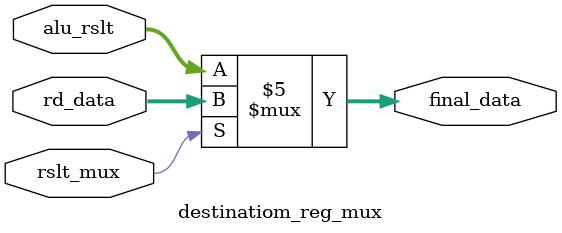
<source format=v>
`timescale 1ns/1ps
module MUX_for_PCSrc(
    input [31:0] PCPlus4, PCTarget,
    input PCSrc,take_branch,jump_enb,
    output [31:0] PCNext
);  
    
  assign PCNext =((PCSrc && take_branch)| jump_enb) ? PCTarget : PCPlus4;
endmodule


//PC Logic
module program_counter(
input clk, reset, 
input [31:0] pc_in,
output reg [31:0] pc_out
    );
    always@(posedge clk)
    if (reset)
        pc_out<=32'd0;
    else
        pc_out<=pc_in;    
endmodule


//Logic of Adder for PCPlus4
module Adder_for_PCPlus4(
    input [31:0] pc_out,
    output [31:0] PCPlus4
);
assign PCPlus4 = pc_out + 4;
endmodule


//Logic of Adder for PCTarget
module Adder_for_PCTarget(
    input [31:0] pc_out,
    input [31:0] ImmExt,
  output [31:0] PCTarget
);
assign PCTarget =  pc_out + ImmExt;
endmodule

module mux_for_jump_type(
  input [31:0] pc_current,r1,
  input jalr,
  output [31:0] pc_in_for_pctarget_mux
);

  assign pc_in_for_pctarget_mux=jalr?r1:pc_current;
endmodule



`timescale 1ns/1ps
`timescale 1ns/1ps
module instructionMemory(
  input [31:0] addr,
  output [31:0] instruction
);

  reg [31:0] memory [0:255];
  integer i;

  assign instruction = memory[addr[9:2]];

  initial begin
    // Clear memory
    for (i = 0; i < 256; i = i + 1)
      memory[i] = 32'b0;

    // ----------------------------------------------------------
    // TEST PROGRAM:
    // addi x1, x0, 2      ; x1 = 2
    // addi x2, x0, 5      ; x2 = 5
    // add  x3, x1, x2     ; x3 = x1 + x2 = 7
    // sw   x3, 0(x0)      ; store x3 at Mem[0]
    // lw   x4, 0(x0)      ; x4 = Mem[0] = 7
    // beq  x3, x4, +8     ; if x3 == x4, skip next instruction
    // addi x5, x0, 1      ; x5 = 1 (should be skipped if branch is taken)
    // addi x6, x0, 9      ; x6 = 9 (should always execute)
    // ----------------------------------------------------------

  memory[0]=32'h00122083; //load x1,X4(imm=1)
  memory[1]=32'h00422403; //load x8,x4(imm=1)
  memory[2]=32'h0080c3b3; //  add x7, x1, x8
  memory[3]=32'h0070c463;//beq x1 x7 memory[5](20-pc value)
  memory[4]=32'h00422483; //load x9 x4(imm=4) 
  memory[5]=32'h0074a3a3; //store sw x9(imm=3)  x7;
  memory[6]=32'h00408613; // add x12 x1 x8
  memory[7]=32'h01008767; //jalr x14 x1(imm=16) 
 // memory[6]=32'h008005ef; //jar
  //memory[5]=32'h00a401a3; //store sw x8(imm=3)  x10;
  //memory[6]=32'h01020603;//load byte lb x12 x4(imm=16) 


  end

endmodule




module decoder(
    input [31:0] inst,
    output [4:0] rs1,rs2,rd,
    output [2:0] funct3,
    output [6:0] funct7,
    output [6:0] opcode
);

assign opcode = inst[6:0];
assign rd     = inst[11:7];
assign rs1    = inst[19:15];
assign rs2    = inst[24:20];
assign funct3 = inst[14:12];
assign funct7 = inst[31:25];

endmodule


module control_unit(
  input      [6:0] opcode,
  input      [2:0] funct3,
  input      [6:0] funct7,
  output reg       aluscr2,
  output reg       mem_read,mem_write,reg_write,result_mux,pcscr,
  output reg [3:0] alu_sel,
  output reg [2:0] b_sel,
  output reg [1:0] s_sel,imm_mux,
  output reg [2:0] ld_sel,
  output reg      jalr,jump_enb
  
);

    localparam load   = 7'b0000011; // load
    localparam r_type = 7'b0110011; // add, sub, or, and
    localparam i_type = 7'b0010011; // addi, ori, andi
    localparam b_type = 7'b1100011; // branch instruction
    localparam s_type = 7'b0100011; // store instruction
    localparam jal_type = 7'b1101111; // jump instruction
    localparam jalr_type= 7'b1100111; // jump instruction
    localparam u_type = 7'b0110111; // lui


always@(*) begin

//take_branch=1'b0;  

  case(opcode)

        r_type : begin 
          aluscr2=1'b0;
          reg_write=1'b1;
          mem_read=1'b0;
          mem_write=1'b0;
          result_mux=1'b0;
          pcscr=1'b0;
          imm_mux=2'b00;
          //take_branch=1'b0;
          jalr=1'b0;
          jump_enb=1'b0;
          case ({funct3, funct7})
                    10'b000_0000000: alu_sel = 4'b0000; // add
                    10'b000_0100000: alu_sel = 4'b0001; // sub
                    10'b001_0000000: alu_sel = 4'b0010; // sll
                    10'b010_0000000: alu_sel = 4'b0011; // slt
                    10'b011_0000000: alu_sel = 4'b0100; // sltu
                    10'b100_0000000: alu_sel = 4'b0101; // xor
                    10'b101_0000000: alu_sel = 4'b0110; // srl
                    10'b101_0100000: alu_sel = 4'b0111; // sra
                    10'b110_0000000: alu_sel = 4'b1000; // or
                    10'b111_0000000: alu_sel = 4'b1001; // and
                    default: alu_sel = 4'b0000;
                endcase
            end

        i_type : begin
          aluscr2=1'b1;
          reg_write=1'b1;
          mem_read=1'b0;
          mem_write=1'b0;
          result_mux=1'b0;
          pcscr=1'b0;
          imm_mux=2'b00;
         // take_branch=1'b0;
          jalr=1'b0;
          jump_enb=1'b0;
          case (funct3)
                    3'b000: alu_sel = 4'b0000; // addi
                    3'b100: alu_sel = 4'b0101; // xori
                    3'b110: alu_sel = 4'b1000; // ori
                    3'b111: alu_sel = 4'b1001; // andi
                    3'b010: alu_sel = 4'b0011; // slti
                    3'b011: alu_sel = 4'b0100; // sltiu
                    3'b001: alu_sel = 4'b0010; // slli
                    3'b101: alu_sel = 4'b0110; // srli/srai
                    default: alu_sel = 4'b0000;
                endcase
        end
        
        load : begin
          alu_sel=4'b0000;
          aluscr2=1'b1;
          reg_write=1'b1;
          mem_read=1'b1;
          mem_write=1'b0;
          result_mux=1'b1;
          pcscr=1'b0;
          imm_mux=2'b00;
          //take_branch=1'b0;
          jalr=1'b0;
          jump_enb=1'b0;


          case (funct3)
                    3'b000: ld_sel = 3'b000; // lb
                    3'b001: ld_sel = 3'b001; // lh
                    3'b010: ld_sel = 3'b010; // lw
                    3'b100: ld_sel = 3'b011; // lbu
                    3'b101: ld_sel = 3'b100; // lhu
                    default: ld_sel = 3'b111;
                endcase
        end

        s_type : begin
          aluscr2=1'b1;
          reg_write=1'b0;
          mem_read=1'b0;
          mem_write=1'b1;
          result_mux=1'b0;
          pcscr=1'b0;
          imm_mux=2'b01;
          //take_branch=1'b0;
          jalr=1'b0;
           jump_enb=1'b0;
          case (funct3)
                    3'b000: s_sel = 2'b00; // sb
                    3'b001: s_sel = 2'b01; // sh
                    3'b010: s_sel = 2'b10; // sw
                    default: s_sel = 2'b11; // Invalid
                endcase
        end 

        b_type : begin
          aluscr2=1'b0;
          reg_write=1'b0;
          mem_read=1'b0;
          mem_write=1'b0;
          result_mux=1'b0;
          pcscr=1'b1;
          imm_mux=2'b10;
          //take_branch=1'b1;
          jalr=1'b0;
          jump_enb=1'b0;
          case (funct3)
                    3'b000: b_sel = 3'b000; // beq
                    3'b001: b_sel = 3'b001; // bne
                    3'b100: b_sel = 3'b010; // blt
                    3'b101: b_sel = 3'b011; // bge
                    3'b110: b_sel = 3'b100; // bltu
                    3'b111: b_sel = 3'b101; // bgeu
                    default: b_sel = 3'b000;
                endcase
        end

        jal_type: begin
          aluscr2=1'b0;
          reg_write=1'b1;
          mem_read=1'b0;
          mem_write=1'b0;
          result_mux=1'b0;
          pcscr=1'b1;
          imm_mux=2'b11;
          jalr=1'b0;
          //take_branch=1'b0;
          jump_enb=1'b1;
        end 

        jalr_type : begin
          aluscr2=1'b0;
          reg_write=1'b1;
          mem_read=1'b0;
          mem_write=1'b0;
          result_mux=1'b0;
          pcscr=1'b1;
          imm_mux=2'b00;
          jalr=1'b1;
          //take_branch=1'b0;
           jump_enb=1'b1;
        end
        
  endcase
end
endmodule



module sign_extend (
    input [31:0] inst,
    input [1:0] imm_mux,
    output reg [31:0] imm_ext
);

    always @(*) begin
        case (imm_mux)
            2'b00: imm_ext = {{20{inst[31]}}, inst[31:20]}; // I-type
            2'b01: imm_ext = {{20{inst[31]}}, inst[31:25], inst[11:7]}; // S-type
            2'b10: imm_ext = {{20{inst[31]}}, inst[7], inst[30:25], inst[11:8], 1'b0}; // B-type
            2'b11: imm_ext = {{12{inst[31]}}, inst[19:12], inst[20], inst[30:21], 1'b0}; // J-type
            default: imm_ext = 32'b0;
        endcase
    end
endmodule


module mux_alu2_sel (
    input wire [31:0] a2,
    input wire [31:0] imm_ext,
    input wire alu_scr2,
    output wire [31:0] mux_scr2
);

assign mux_scr2 = alu_scr2 ? imm_ext : a2;

endmodule

`timescale 1ns/1ps
module registerFile(
  input clk,
  input RegWrite,jump_enb,
  input [4:0] rs1, rs2, rd,
  input [31:0] writeData,pc_out,
  output [31:0] readData1, readData2
);

  reg [31:0] registers[0:31];
  integer i;
  assign readData1 = (rs1 != 5'd0) ? registers[rs1] : 32'b0;
  assign readData2 = (rs2 != 5'd0) ? registers[rs2] : 32'b0;
  always @(posedge clk) begin
    if (RegWrite && rd != 5'd0) begin
      registers[rd] <= (jump_enb) ?( pc_out+4) : writeData;
      //$display("RegWrite: x%0d <= %0d at time %0t", rd, writeData, $time);
    end
  end
  initial begin
    for (i = 0; i < 32; i = i + 1) begin
      registers[i] = 32'b0;
    end
  end
  initial begin
    registers[2]=32'd3;
    registers[4]=32'd1;
    registers[10]=32'd1027;
  end
endmodule


module alu (
    input wire [31:0] a1,
    input wire [31:0] mux_scr2,
    input wire [3:0] alu_sel,
    input wire [2:0] b_sel,
    output reg take_branch,
    output reg [31:0] alu_rslt
);
    

    always @(*) begin
        // ALU operations
        case (alu_sel)
            4'b0000: alu_rslt = a1 + mux_scr2; // ADD / ADDI
            4'b0001: alu_rslt = a1 - mux_scr2; // SUB
            4'b0010: alu_rslt = a1 << (mux_scr2[4:0]); // SLL / SLLI
            4'b0011: alu_rslt = ($signed(a1) < $signed(mux_scr2)) ? 32'd1 : 32'd0; // SLT / SLTI
            4'b0100: alu_rslt = (a1 < mux_scr2) ? 32'd1 : 32'd0; // SLTU / SLTIU
            4'b0101: alu_rslt = a1 ^ mux_scr2; // XOR / XORI
            4'b0110: alu_rslt = a1 >> (mux_scr2[4:0]); // SRL / SRLIhow store instruction executed
            4'b0111: alu_rslt = $signed(a1) >>> (mux_scr2[4:0]); // SRA / SRAI
            4'b1000: alu_rslt = a1 | mux_scr2; // OR / ORI
            4'b1001: alu_rslt = a1 & mux_scr2; // AND / ANDI
            default: alu_rslt = a1+mux_scr2;
        endcase

    end
   
    always @(*) begin
      
        case (b_sel)
            3'b000: take_branch = (a1 == mux_scr2); // BEQ
            3'b001: take_branch = (a1 != mux_scr2);              // BNE
            3'b010: take_branch = ($signed(a1) < $signed(mux_scr2));  // BLT
            3'b011: take_branch = ($signed(a1) >= $signed(mux_scr2)); // BGE
            3'b100: take_branch = (a1 < mux_scr2);               // BLTU
            3'b101: take_branch = (a1 >= mux_scr2);              // BGEU
            default: take_branch = 1'b0;
        endcase
    end
endmodule

`timescale 1ns/1ps
module dataMemory(
  input clk,
  input MemWrite, MemRead,
  input [1:0] s_sel,
  input [2:0] ld_sel,
  input [31:0] addr, writeData,
  output reg [31:0] rd_data
);

  reg [31:0] memory [0:255]; 
  wire [7:0] mem_index = addr[9:2]; 
  wire [31:0] readData;
  integer i;
  always @(posedge clk) begin
    if (MemWrite) begin
      if (mem_index < 256) begin
        case(s_sel) 
            2'b00: memory[mem_index] <= writeData[7:0];
            2'b01: memory[mem_index] <= writeData[15:0];
            2'b10: memory[mem_index] <= writeData;
            default:begin
            end
        
        endcase

      end else begin
        $display("Write out-of-bounds: addr=0x%0h", addr);
      end
    end
  end
  assign readData = (MemRead && mem_index < 256) ? memory[mem_index] : 32'd0;

  always@(*) begin

  case (ld_sel)
            3'b000: rd_data = {{24{readData[7]}}, readData[7:0]}; // lb
            3'b001: rd_data = {{16{readData[15]}}, readData[15:0]}; // lh
            3'b010: rd_data = readData; // lw
            3'b011: rd_data = {24'b0, readData[7:0]}; // lbu
            3'b100: rd_data = {16'b0, readData[15:0]}; // lhu
            default: rd_data = 32'b0;
        endcase
  end
  
  initial begin
    for (i = 0; i < 256; i = i + 1) begin
      memory[i] = 32'd0;
    end

  end

  initial begin
    memory[0]=1;
    memory[1]=6;
   //memory[2]=4; 
    memory[3]=8;
    memory[4]=513;
  end
  always @(*) begin
    if (MemRead && mem_index < 256)
      $display("MemRead: Mem[0x%0h] => %0d", addr, memory[mem_index]);
  end
endmodule






module destinatiom_reg_mux(
    input wire [31:0] rd_data,
    input wire [31:0] alu_rslt,
    input  wire       rslt_mux,
    output wire [31:0] final_data
);

assign final_data = (rslt_mux == 1)? rd_data : alu_rslt;

endmodule

</source>
